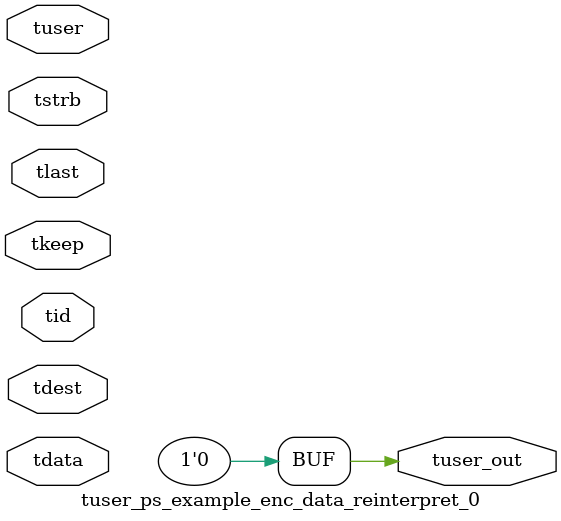
<source format=v>


`timescale 1ps/1ps

module tuser_ps_example_enc_data_reinterpret_0 #
(
parameter C_S_AXIS_TUSER_WIDTH = 1,
parameter C_S_AXIS_TDATA_WIDTH = 32,
parameter C_S_AXIS_TID_WIDTH   = 0,
parameter C_S_AXIS_TDEST_WIDTH = 0,
parameter C_M_AXIS_TUSER_WIDTH = 1
)
(
input  [(C_S_AXIS_TUSER_WIDTH == 0 ? 1 : C_S_AXIS_TUSER_WIDTH)-1:0     ] tuser,
input  [(C_S_AXIS_TDATA_WIDTH == 0 ? 1 : C_S_AXIS_TDATA_WIDTH)-1:0     ] tdata,
input  [(C_S_AXIS_TID_WIDTH   == 0 ? 1 : C_S_AXIS_TID_WIDTH)-1:0       ] tid,
input  [(C_S_AXIS_TDEST_WIDTH == 0 ? 1 : C_S_AXIS_TDEST_WIDTH)-1:0     ] tdest,
input  [(C_S_AXIS_TDATA_WIDTH/8)-1:0 ] tkeep,
input  [(C_S_AXIS_TDATA_WIDTH/8)-1:0 ] tstrb,
input                                                                    tlast,
output [C_M_AXIS_TUSER_WIDTH-1:0] tuser_out
);

assign tuser_out = {1'b0};

endmodule


</source>
